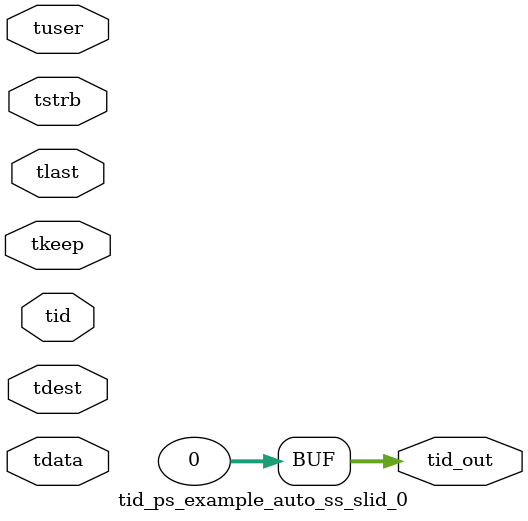
<source format=v>


`timescale 1ps/1ps

module tid_ps_example_auto_ss_slid_0 #
(
parameter C_S_AXIS_TID_WIDTH   = 1,
parameter C_S_AXIS_TUSER_WIDTH = 0,
parameter C_S_AXIS_TDATA_WIDTH = 0,
parameter C_S_AXIS_TDEST_WIDTH = 0,
parameter C_M_AXIS_TID_WIDTH   = 32
)
(
input  [(C_S_AXIS_TID_WIDTH   == 0 ? 1 : C_S_AXIS_TID_WIDTH)-1:0       ] tid,
input  [(C_S_AXIS_TDATA_WIDTH == 0 ? 1 : C_S_AXIS_TDATA_WIDTH)-1:0     ] tdata,
input  [(C_S_AXIS_TUSER_WIDTH == 0 ? 1 : C_S_AXIS_TUSER_WIDTH)-1:0     ] tuser,
input  [(C_S_AXIS_TDEST_WIDTH == 0 ? 1 : C_S_AXIS_TDEST_WIDTH)-1:0     ] tdest,
input  [(C_S_AXIS_TDATA_WIDTH/8)-1:0 ] tkeep,
input  [(C_S_AXIS_TDATA_WIDTH/8)-1:0 ] tstrb,
input                                                                    tlast,
output [(C_M_AXIS_TID_WIDTH   == 0 ? 1 : C_M_AXIS_TID_WIDTH)-1:0       ] tid_out
);

assign tid_out = {1'b0};

endmodule


</source>
